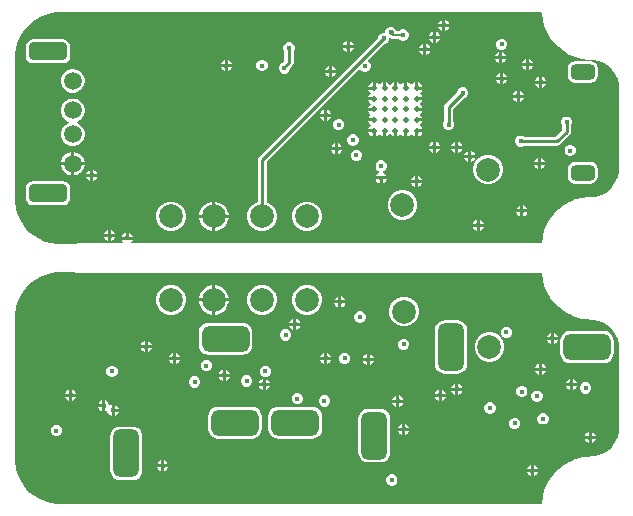
<source format=gbr>
G04*
G04 #@! TF.GenerationSoftware,Altium Limited,Altium Designer,24.9.1 (31)*
G04*
G04 Layer_Physical_Order=4*
G04 Layer_Color=16711680*
%FSLAX44Y44*%
%MOMM*%
G71*
G04*
G04 #@! TF.SameCoordinates,4108D936-EA1F-4614-87FC-E1DBC89B4A7E*
G04*
G04*
G04 #@! TF.FilePolarity,Positive*
G04*
G01*
G75*
%ADD75C,0.5000*%
%ADD77C,0.2540*%
%ADD78C,0.1550*%
G04:AMPARAMS|DCode=79|XSize=2mm|YSize=1.3mm|CornerRadius=0.325mm|HoleSize=0mm|Usage=FLASHONLY|Rotation=180.000|XOffset=0mm|YOffset=0mm|HoleType=Round|Shape=RoundedRectangle|*
%AMROUNDEDRECTD79*
21,1,2.0000,0.6500,0,0,180.0*
21,1,1.3500,1.3000,0,0,180.0*
1,1,0.6500,-0.6750,0.3250*
1,1,0.6500,0.6750,0.3250*
1,1,0.6500,0.6750,-0.3250*
1,1,0.6500,-0.6750,-0.3250*
%
%ADD79ROUNDEDRECTD79*%
%ADD80C,1.5000*%
G04:AMPARAMS|DCode=81|XSize=4mm|YSize=2.2mm|CornerRadius=0.55mm|HoleSize=0mm|Usage=FLASHONLY|Rotation=90.000|XOffset=0mm|YOffset=0mm|HoleType=Round|Shape=RoundedRectangle|*
%AMROUNDEDRECTD81*
21,1,4.0000,1.1000,0,0,90.0*
21,1,2.9000,2.2000,0,0,90.0*
1,1,1.1000,0.5500,1.4500*
1,1,1.1000,0.5500,-1.4500*
1,1,1.1000,-0.5500,-1.4500*
1,1,1.1000,-0.5500,1.4500*
%
%ADD81ROUNDEDRECTD81*%
G04:AMPARAMS|DCode=82|XSize=3.25mm|YSize=1.5mm|CornerRadius=0.375mm|HoleSize=0mm|Usage=FLASHONLY|Rotation=0.000|XOffset=0mm|YOffset=0mm|HoleType=Round|Shape=RoundedRectangle|*
%AMROUNDEDRECTD82*
21,1,3.2500,0.7500,0,0,0.0*
21,1,2.5000,1.5000,0,0,0.0*
1,1,0.7500,1.2500,-0.3750*
1,1,0.7500,-1.2500,-0.3750*
1,1,0.7500,-1.2500,0.3750*
1,1,0.7500,1.2500,0.3750*
%
%ADD82ROUNDEDRECTD82*%
G04:AMPARAMS|DCode=83|XSize=4mm|YSize=2.2mm|CornerRadius=0.55mm|HoleSize=0mm|Usage=FLASHONLY|Rotation=180.000|XOffset=0mm|YOffset=0mm|HoleType=Round|Shape=RoundedRectangle|*
%AMROUNDEDRECTD83*
21,1,4.0000,1.1000,0,0,180.0*
21,1,2.9000,2.2000,0,0,180.0*
1,1,1.1000,-1.4500,0.5500*
1,1,1.1000,1.4500,0.5500*
1,1,1.1000,1.4500,-0.5500*
1,1,1.1000,-1.4500,-0.5500*
%
%ADD83ROUNDEDRECTD83*%
%ADD84C,0.4500*%
%ADD85C,2.0000*%
%ADD86C,0.3810*%
G36*
X-226935Y-127039D02*
X-226487Y-127339D01*
X-225000Y-127635D01*
X166000D01*
X167039Y-127428D01*
X167412Y-127522D01*
X167952Y-127945D01*
X168097Y-128134D01*
X168747Y-133070D01*
X168790Y-133197D01*
X168799Y-133331D01*
X170153Y-138385D01*
X170213Y-138506D01*
X170239Y-138638D01*
X172241Y-143472D01*
X172316Y-143584D01*
X172359Y-143711D01*
X174975Y-148242D01*
X175064Y-148343D01*
X175124Y-148464D01*
X178309Y-152615D01*
X178410Y-152704D01*
X178485Y-152816D01*
X182184Y-156515D01*
X182296Y-156590D01*
X182385Y-156691D01*
X186536Y-159876D01*
X186656Y-159936D01*
X186758Y-160025D01*
X191289Y-162641D01*
X191416Y-162684D01*
X191528Y-162759D01*
X196362Y-164761D01*
X196494Y-164787D01*
X196615Y-164847D01*
X201669Y-166201D01*
X201803Y-166210D01*
X201930Y-166253D01*
X207118Y-166936D01*
X207219Y-166929D01*
X207317Y-166952D01*
X209933Y-167038D01*
X209967Y-167033D01*
X210000Y-167039D01*
X212262D01*
X216697Y-167921D01*
X220876Y-169652D01*
X224637Y-172165D01*
X227835Y-175363D01*
X230348Y-179124D01*
X232079Y-183303D01*
X232961Y-187738D01*
Y-190000D01*
Y-260000D01*
Y-262262D01*
X232079Y-266697D01*
X230348Y-270876D01*
X227835Y-274637D01*
X224637Y-277835D01*
X220876Y-280348D01*
X216697Y-282079D01*
X212262Y-282961D01*
X210000D01*
X209967Y-282968D01*
X209933Y-282962D01*
X207317Y-283048D01*
X207219Y-283071D01*
X207118Y-283064D01*
X201930Y-283747D01*
X201803Y-283790D01*
X201669Y-283799D01*
X196615Y-285153D01*
X196494Y-285213D01*
X196362Y-285239D01*
X191528Y-287241D01*
X191416Y-287316D01*
X191289Y-287359D01*
X186758Y-289975D01*
X186656Y-290064D01*
X186536Y-290124D01*
X182385Y-293309D01*
X182296Y-293410D01*
X182184Y-293485D01*
X178485Y-297184D01*
X178410Y-297296D01*
X178309Y-297385D01*
X175124Y-301536D01*
X175064Y-301656D01*
X174975Y-301758D01*
X172359Y-306289D01*
X172316Y-306416D01*
X172241Y-306528D01*
X170239Y-311362D01*
X170213Y-311494D01*
X170153Y-311615D01*
X168799Y-316669D01*
X168790Y-316803D01*
X168747Y-316930D01*
X168064Y-322118D01*
X167407Y-322961D01*
X-240000Y-322961D01*
X-242488D01*
X-247422Y-322311D01*
X-252228Y-321023D01*
X-256826Y-319119D01*
X-261135Y-316631D01*
X-265083Y-313602D01*
X-268602Y-310083D01*
X-271631Y-306135D01*
X-274119Y-301826D01*
X-276024Y-297228D01*
X-277311Y-292422D01*
X-277961Y-287488D01*
X-277961Y-285000D01*
X-277961Y-165000D01*
X-277961Y-162512D01*
X-277311Y-157578D01*
X-276024Y-152772D01*
X-274119Y-148174D01*
X-271631Y-143865D01*
X-268602Y-139917D01*
X-265083Y-136398D01*
X-261135Y-133369D01*
X-256826Y-130881D01*
X-252228Y-128976D01*
X-247422Y-127689D01*
X-242488Y-127039D01*
X-240000Y-127039D01*
X-226935Y-127039D01*
D02*
G37*
G36*
X167407Y92961D02*
X168064Y92118D01*
X168747Y86930D01*
X168790Y86803D01*
X168799Y86669D01*
X170153Y81615D01*
X170213Y81494D01*
X170239Y81362D01*
X172241Y76528D01*
X172316Y76416D01*
X172359Y76289D01*
X174975Y71758D01*
X175064Y71656D01*
X175124Y71536D01*
X178309Y67385D01*
X178410Y67296D01*
X178485Y67184D01*
X182184Y63485D01*
X182296Y63410D01*
X182385Y63309D01*
X186536Y60124D01*
X186656Y60064D01*
X186758Y59975D01*
X191289Y57359D01*
X191416Y57316D01*
X191528Y57241D01*
X196362Y55239D01*
X196494Y55213D01*
X196615Y55153D01*
X201669Y53799D01*
X201803Y53790D01*
X201930Y53747D01*
X207118Y53064D01*
X207219Y53071D01*
X207317Y53048D01*
X209933Y52962D01*
X209967Y52968D01*
X210000Y52961D01*
X212262D01*
X216697Y52079D01*
X220876Y50348D01*
X224637Y47835D01*
X227835Y44637D01*
X230348Y40876D01*
X232079Y36697D01*
X232961Y32262D01*
Y30000D01*
Y-40000D01*
Y-42262D01*
X232079Y-46697D01*
X230348Y-50876D01*
X227835Y-54637D01*
X224637Y-57835D01*
X220876Y-60348D01*
X216697Y-62079D01*
X212262Y-62961D01*
X210000D01*
X209967Y-62968D01*
X209933Y-62962D01*
X207317Y-63048D01*
X207219Y-63071D01*
X207118Y-63064D01*
X201930Y-63747D01*
X201803Y-63790D01*
X201669Y-63799D01*
X196615Y-65153D01*
X196494Y-65213D01*
X196362Y-65239D01*
X191528Y-67241D01*
X191416Y-67316D01*
X191289Y-67359D01*
X186758Y-69975D01*
X186656Y-70064D01*
X186536Y-70124D01*
X182385Y-73309D01*
X182296Y-73410D01*
X182184Y-73485D01*
X178485Y-77184D01*
X178410Y-77296D01*
X178309Y-77385D01*
X175124Y-81536D01*
X175064Y-81657D01*
X174975Y-81758D01*
X172359Y-86289D01*
X172316Y-86416D01*
X172241Y-86528D01*
X170239Y-91362D01*
X170213Y-91494D01*
X170153Y-91615D01*
X168799Y-96669D01*
X168790Y-96803D01*
X168747Y-96930D01*
X168097Y-101866D01*
X167952Y-102055D01*
X167412Y-102478D01*
X167039Y-102572D01*
X166000Y-102365D01*
X-179177D01*
X-179591Y-101365D01*
X-178939Y-100713D01*
X-178341Y-99270D01*
X-187659D01*
X-187061Y-100713D01*
X-186409Y-101365D01*
X-186823Y-102365D01*
X-225000D01*
X-226487Y-102661D01*
X-226935Y-102961D01*
X-242488Y-102961D01*
X-247422Y-102311D01*
X-252228Y-101024D01*
X-256826Y-99119D01*
X-261135Y-96631D01*
X-265083Y-93602D01*
X-268602Y-90083D01*
X-271631Y-86135D01*
X-274119Y-81826D01*
X-276024Y-77228D01*
X-277311Y-72422D01*
X-277961Y-67488D01*
X-277961Y-65000D01*
X-277961Y55000D01*
X-277961Y57488D01*
X-277311Y62422D01*
X-276024Y67228D01*
X-274119Y71826D01*
X-271631Y76135D01*
X-268602Y80083D01*
X-265083Y83602D01*
X-261135Y86631D01*
X-256826Y89119D01*
X-252228Y91024D01*
X-247422Y92311D01*
X-242488Y92961D01*
X-240000Y92961D01*
X167407Y92961D01*
D02*
G37*
%LPC*%
G36*
X-108159Y-137740D02*
X-108540D01*
Y-149010D01*
X-97270D01*
Y-148629D01*
X-98125Y-145440D01*
X-99775Y-142580D01*
X-102110Y-140246D01*
X-104970Y-138595D01*
X-108159Y-137740D01*
D02*
G37*
G36*
X-111080D02*
X-111461D01*
X-114650Y-138595D01*
X-117510Y-140246D01*
X-119845Y-142580D01*
X-121495Y-145440D01*
X-122350Y-148629D01*
Y-149010D01*
X-111080D01*
Y-137740D01*
D02*
G37*
G36*
X-1730Y-147341D02*
Y-150730D01*
X1659D01*
X1061Y-149287D01*
X-287Y-147939D01*
X-1730Y-147341D01*
D02*
G37*
G36*
X-4270D02*
X-5713Y-147939D01*
X-7061Y-149287D01*
X-7659Y-150730D01*
X-4270D01*
Y-147341D01*
D02*
G37*
G36*
X1659Y-153270D02*
X-1730D01*
Y-156659D01*
X-287Y-156061D01*
X1061Y-154713D01*
X1659Y-153270D01*
D02*
G37*
G36*
X-4270D02*
X-7659D01*
X-7061Y-154713D01*
X-5713Y-156061D01*
X-4270Y-156659D01*
Y-153270D01*
D02*
G37*
G36*
X-29159Y-137740D02*
X-32461D01*
X-35650Y-138595D01*
X-38510Y-140246D01*
X-40844Y-142580D01*
X-42495Y-145440D01*
X-43350Y-148629D01*
Y-151931D01*
X-42495Y-155120D01*
X-40844Y-157980D01*
X-38510Y-160315D01*
X-35650Y-161965D01*
X-32461Y-162820D01*
X-29159D01*
X-25970Y-161965D01*
X-23110Y-160315D01*
X-20775Y-157980D01*
X-19125Y-155120D01*
X-18270Y-151931D01*
Y-148629D01*
X-19125Y-145440D01*
X-20775Y-142580D01*
X-23110Y-140246D01*
X-25970Y-138595D01*
X-29159Y-137740D01*
D02*
G37*
G36*
X-67159D02*
X-70461D01*
X-73650Y-138595D01*
X-76510Y-140246D01*
X-78844Y-142580D01*
X-80495Y-145440D01*
X-81350Y-148629D01*
Y-151931D01*
X-80495Y-155120D01*
X-78844Y-157980D01*
X-76510Y-160315D01*
X-73650Y-161965D01*
X-70461Y-162820D01*
X-67159D01*
X-63970Y-161965D01*
X-61110Y-160315D01*
X-58776Y-157980D01*
X-57125Y-155120D01*
X-56270Y-151931D01*
Y-148629D01*
X-57125Y-145440D01*
X-58776Y-142580D01*
X-61110Y-140246D01*
X-63970Y-138595D01*
X-67159Y-137740D01*
D02*
G37*
G36*
X-97270Y-151550D02*
X-108540D01*
Y-162820D01*
X-108159D01*
X-104970Y-161965D01*
X-102110Y-160315D01*
X-99775Y-157980D01*
X-98125Y-155120D01*
X-97270Y-151931D01*
Y-151550D01*
D02*
G37*
G36*
X-111080D02*
X-122350D01*
Y-151931D01*
X-121495Y-155120D01*
X-119845Y-157980D01*
X-117510Y-160315D01*
X-114650Y-161965D01*
X-111461Y-162820D01*
X-111080D01*
Y-151550D01*
D02*
G37*
G36*
X-144159Y-137740D02*
X-147461D01*
X-150650Y-138595D01*
X-153510Y-140246D01*
X-155844Y-142580D01*
X-157495Y-145440D01*
X-158350Y-148629D01*
Y-151931D01*
X-157495Y-155120D01*
X-155844Y-157980D01*
X-153510Y-160315D01*
X-150650Y-161965D01*
X-147461Y-162820D01*
X-144159D01*
X-140970Y-161965D01*
X-138110Y-160315D01*
X-135775Y-157980D01*
X-134125Y-155120D01*
X-133270Y-151931D01*
Y-148629D01*
X-134125Y-145440D01*
X-135775Y-142580D01*
X-138110Y-140246D01*
X-140970Y-138595D01*
X-144159Y-137740D01*
D02*
G37*
G36*
X-39730Y-166341D02*
Y-169730D01*
X-36341D01*
X-36939Y-168287D01*
X-38287Y-166939D01*
X-39730Y-166341D01*
D02*
G37*
G36*
X-42270D02*
X-43713Y-166939D01*
X-45061Y-168287D01*
X-45659Y-169730D01*
X-42270D01*
Y-166341D01*
D02*
G37*
G36*
X14953Y-160210D02*
X13047D01*
X11287Y-160939D01*
X9939Y-162287D01*
X9210Y-164047D01*
Y-165953D01*
X9939Y-167713D01*
X11287Y-169061D01*
X13047Y-169790D01*
X14953D01*
X16713Y-169061D01*
X18061Y-167713D01*
X18790Y-165953D01*
Y-164047D01*
X18061Y-162287D01*
X16713Y-160939D01*
X14953Y-160210D01*
D02*
G37*
G36*
X52841Y-147740D02*
X49539D01*
X46350Y-148595D01*
X43490Y-150246D01*
X41156Y-152580D01*
X39505Y-155440D01*
X38650Y-158629D01*
Y-161931D01*
X39505Y-165120D01*
X41156Y-167980D01*
X43490Y-170315D01*
X46350Y-171965D01*
X49539Y-172820D01*
X52841D01*
X56030Y-171965D01*
X58890Y-170315D01*
X61224Y-167980D01*
X62875Y-165120D01*
X63730Y-161931D01*
Y-158629D01*
X62875Y-155440D01*
X61224Y-152580D01*
X58890Y-150246D01*
X56030Y-148595D01*
X52841Y-147740D01*
D02*
G37*
G36*
X-36341Y-172270D02*
X-39730D01*
Y-175659D01*
X-38287Y-175061D01*
X-36939Y-173713D01*
X-36341Y-172270D01*
D02*
G37*
G36*
X-42270D02*
X-45659D01*
X-45061Y-173713D01*
X-43713Y-175061D01*
X-42270Y-175659D01*
Y-172270D01*
D02*
G37*
G36*
X178270Y-178341D02*
Y-181730D01*
X181659D01*
X181061Y-180287D01*
X179713Y-178939D01*
X178270Y-178341D01*
D02*
G37*
G36*
X175730D02*
X174287Y-178939D01*
X172939Y-180287D01*
X172341Y-181730D01*
X175730D01*
Y-178341D01*
D02*
G37*
G36*
X138953Y-173210D02*
X137047D01*
X135287Y-173939D01*
X133939Y-175287D01*
X133210Y-177047D01*
Y-178953D01*
X133939Y-180713D01*
X135287Y-182061D01*
X137047Y-182790D01*
X138953D01*
X140713Y-182061D01*
X142061Y-180713D01*
X142790Y-178953D01*
Y-177047D01*
X142061Y-175287D01*
X140713Y-173939D01*
X138953Y-173210D01*
D02*
G37*
G36*
X-48047Y-175210D02*
X-49953D01*
X-51713Y-175939D01*
X-53061Y-177287D01*
X-53790Y-179047D01*
Y-180953D01*
X-53061Y-182713D01*
X-51713Y-184061D01*
X-49953Y-184790D01*
X-48047D01*
X-46287Y-184061D01*
X-44939Y-182713D01*
X-44210Y-180953D01*
Y-179047D01*
X-44939Y-177287D01*
X-46287Y-175939D01*
X-48047Y-175210D01*
D02*
G37*
G36*
X181659Y-184270D02*
X178270D01*
Y-187659D01*
X179713Y-187061D01*
X181061Y-185713D01*
X181659Y-184270D01*
D02*
G37*
G36*
X175730D02*
X172341D01*
X172939Y-185713D01*
X174287Y-187061D01*
X175730Y-187659D01*
Y-184270D01*
D02*
G37*
G36*
X-165730Y-185341D02*
Y-188730D01*
X-162341D01*
X-162939Y-187287D01*
X-164287Y-185939D01*
X-165730Y-185341D01*
D02*
G37*
G36*
X-168270D02*
X-169713Y-185939D01*
X-171061Y-187287D01*
X-171659Y-188730D01*
X-168270D01*
Y-185341D01*
D02*
G37*
G36*
X51953Y-183210D02*
X50047D01*
X48287Y-183939D01*
X46939Y-185287D01*
X46210Y-187047D01*
Y-188953D01*
X46939Y-190713D01*
X48287Y-192061D01*
X50047Y-192790D01*
X51953D01*
X53713Y-192061D01*
X55061Y-190713D01*
X55790Y-188953D01*
Y-187047D01*
X55061Y-185287D01*
X53713Y-183939D01*
X51953Y-183210D01*
D02*
G37*
G36*
X-162341Y-191270D02*
X-165730D01*
Y-194659D01*
X-164287Y-194061D01*
X-162939Y-192713D01*
X-162341Y-191270D01*
D02*
G37*
G36*
X-168270D02*
X-171659D01*
X-171061Y-192713D01*
X-169713Y-194061D01*
X-168270Y-194659D01*
Y-191270D01*
D02*
G37*
G36*
X-85310Y-169671D02*
X-114310D01*
X-116409Y-169947D01*
X-118365Y-170757D01*
X-120044Y-172046D01*
X-121333Y-173725D01*
X-122143Y-175681D01*
X-122419Y-177780D01*
Y-188780D01*
X-122143Y-190879D01*
X-121333Y-192835D01*
X-120044Y-194514D01*
X-118365Y-195803D01*
X-116409Y-196613D01*
X-114310Y-196889D01*
X-85310D01*
X-83211Y-196613D01*
X-81255Y-195803D01*
X-79576Y-194514D01*
X-78287Y-192835D01*
X-77477Y-190879D01*
X-77201Y-188780D01*
Y-177780D01*
X-77477Y-175681D01*
X-78287Y-173725D01*
X-79576Y-172046D01*
X-81255Y-170757D01*
X-83211Y-169947D01*
X-85310Y-169671D01*
D02*
G37*
G36*
X-13730Y-195341D02*
Y-198730D01*
X-10341D01*
X-10939Y-197287D01*
X-12287Y-195939D01*
X-13730Y-195341D01*
D02*
G37*
G36*
X-16270D02*
X-17713Y-195939D01*
X-19061Y-197287D01*
X-19659Y-198730D01*
X-16270D01*
Y-195341D01*
D02*
G37*
G36*
X-141730D02*
Y-198730D01*
X-138341D01*
X-138939Y-197287D01*
X-140287Y-195939D01*
X-141730Y-195341D01*
D02*
G37*
G36*
X-144270D02*
X-145713Y-195939D01*
X-147061Y-197287D01*
X-147659Y-198730D01*
X-144270D01*
Y-195341D01*
D02*
G37*
G36*
X22270Y-196341D02*
Y-199730D01*
X25659D01*
X25061Y-198287D01*
X23713Y-196939D01*
X22270Y-196341D01*
D02*
G37*
G36*
X19730D02*
X18287Y-196939D01*
X16939Y-198287D01*
X16341Y-199730D01*
X19730D01*
Y-196341D01*
D02*
G37*
G36*
X125341Y-177740D02*
X122039D01*
X118850Y-178595D01*
X115990Y-180245D01*
X113656Y-182580D01*
X112005Y-185440D01*
X111150Y-188629D01*
Y-191931D01*
X112005Y-195120D01*
X113656Y-197980D01*
X115990Y-200315D01*
X118850Y-201965D01*
X122039Y-202820D01*
X125341D01*
X128530Y-201965D01*
X131390Y-200315D01*
X133724Y-197980D01*
X135375Y-195120D01*
X136230Y-191931D01*
Y-188629D01*
X135375Y-185440D01*
X133724Y-182580D01*
X131390Y-180245D01*
X128530Y-178595D01*
X125341Y-177740D01*
D02*
G37*
G36*
X220690Y-176671D02*
X191690D01*
X189591Y-176947D01*
X187635Y-177757D01*
X185956Y-179046D01*
X184667Y-180725D01*
X183857Y-182681D01*
X183581Y-184780D01*
Y-195780D01*
X183857Y-197879D01*
X184667Y-199835D01*
X185956Y-201514D01*
X187635Y-202803D01*
X189591Y-203613D01*
X191690Y-203889D01*
X220690D01*
X222789Y-203613D01*
X224745Y-202803D01*
X226424Y-201514D01*
X227713Y-199835D01*
X228523Y-197879D01*
X228799Y-195780D01*
Y-184780D01*
X228523Y-182681D01*
X227713Y-180725D01*
X226424Y-179046D01*
X224745Y-177757D01*
X222789Y-176947D01*
X220690Y-176671D01*
D02*
G37*
G36*
X-10341Y-201270D02*
X-13730D01*
Y-204659D01*
X-12287Y-204061D01*
X-10939Y-202713D01*
X-10341Y-201270D01*
D02*
G37*
G36*
X-16270D02*
X-19659D01*
X-19061Y-202713D01*
X-17713Y-204061D01*
X-16270Y-204659D01*
Y-201270D01*
D02*
G37*
G36*
X-138341D02*
X-141730D01*
Y-204659D01*
X-140287Y-204061D01*
X-138939Y-202713D01*
X-138341Y-201270D01*
D02*
G37*
G36*
X-144270D02*
X-147659D01*
X-147061Y-202713D01*
X-145713Y-204061D01*
X-144270Y-204659D01*
Y-201270D01*
D02*
G37*
G36*
X1953Y-195210D02*
X47D01*
X-1713Y-195939D01*
X-3061Y-197287D01*
X-3790Y-199047D01*
Y-200953D01*
X-3061Y-202713D01*
X-1713Y-204061D01*
X47Y-204790D01*
X1953D01*
X3713Y-204061D01*
X5061Y-202713D01*
X5790Y-200953D01*
Y-199047D01*
X5061Y-197287D01*
X3713Y-195939D01*
X1953Y-195210D01*
D02*
G37*
G36*
X25659Y-202270D02*
X22270D01*
Y-205659D01*
X23713Y-205061D01*
X25061Y-203713D01*
X25659Y-202270D01*
D02*
G37*
G36*
X19730D02*
X16341D01*
X16939Y-203713D01*
X18287Y-205061D01*
X19730Y-205659D01*
Y-202270D01*
D02*
G37*
G36*
X168270Y-204341D02*
Y-207730D01*
X171659D01*
X171061Y-206287D01*
X169713Y-204939D01*
X168270Y-204341D01*
D02*
G37*
G36*
X165730D02*
X164287Y-204939D01*
X162939Y-206287D01*
X162341Y-207730D01*
X165730D01*
Y-204341D01*
D02*
G37*
G36*
X-115047Y-201210D02*
X-116953D01*
X-118713Y-201939D01*
X-120061Y-203287D01*
X-120790Y-205047D01*
Y-206953D01*
X-120061Y-208713D01*
X-118713Y-210061D01*
X-116953Y-210790D01*
X-115047D01*
X-113287Y-210061D01*
X-111939Y-208713D01*
X-111210Y-206953D01*
Y-205047D01*
X-111939Y-203287D01*
X-113287Y-201939D01*
X-115047Y-201210D01*
D02*
G37*
G36*
X-99730Y-209341D02*
Y-212730D01*
X-96341D01*
X-96939Y-211287D01*
X-98287Y-209939D01*
X-99730Y-209341D01*
D02*
G37*
G36*
X-102270D02*
X-103713Y-209939D01*
X-105061Y-211287D01*
X-105659Y-212730D01*
X-102270D01*
Y-209341D01*
D02*
G37*
G36*
X96690Y-167671D02*
X85690D01*
X83591Y-167947D01*
X81635Y-168757D01*
X79956Y-170046D01*
X78667Y-171725D01*
X77857Y-173681D01*
X77581Y-175780D01*
Y-204780D01*
X77857Y-206879D01*
X78667Y-208835D01*
X79956Y-210514D01*
X81635Y-211803D01*
X83591Y-212613D01*
X85690Y-212889D01*
X96690D01*
X98789Y-212613D01*
X100745Y-211803D01*
X102424Y-210514D01*
X103713Y-208835D01*
X104523Y-206879D01*
X104799Y-204780D01*
Y-175780D01*
X104523Y-173681D01*
X103713Y-171725D01*
X102424Y-170046D01*
X100745Y-168757D01*
X98789Y-167947D01*
X96690Y-167671D01*
D02*
G37*
G36*
X171659Y-210270D02*
X168270D01*
Y-213659D01*
X169713Y-213061D01*
X171061Y-211713D01*
X171659Y-210270D01*
D02*
G37*
G36*
X165730D02*
X162341D01*
X162939Y-211713D01*
X164287Y-213061D01*
X165730Y-213659D01*
Y-210270D01*
D02*
G37*
G36*
X-65047Y-206210D02*
X-66953D01*
X-68713Y-206939D01*
X-70061Y-208287D01*
X-70790Y-210047D01*
Y-211953D01*
X-70061Y-213713D01*
X-68713Y-215061D01*
X-66953Y-215790D01*
X-65047D01*
X-63287Y-215061D01*
X-61939Y-213713D01*
X-61210Y-211953D01*
Y-210047D01*
X-61939Y-208287D01*
X-63287Y-206939D01*
X-65047Y-206210D01*
D02*
G37*
G36*
X-195047D02*
X-196953D01*
X-198713Y-206939D01*
X-200061Y-208287D01*
X-200790Y-210047D01*
Y-211953D01*
X-200061Y-213713D01*
X-198713Y-215061D01*
X-196953Y-215790D01*
X-195047D01*
X-193287Y-215061D01*
X-191939Y-213713D01*
X-191210Y-211953D01*
Y-210047D01*
X-191939Y-208287D01*
X-193287Y-206939D01*
X-195047Y-206210D01*
D02*
G37*
G36*
X-96341Y-215270D02*
X-99730D01*
Y-218659D01*
X-98287Y-218061D01*
X-96939Y-216713D01*
X-96341Y-215270D01*
D02*
G37*
G36*
X-102270D02*
X-105659D01*
X-105061Y-216713D01*
X-103713Y-218061D01*
X-102270Y-218659D01*
Y-215270D01*
D02*
G37*
G36*
X194270Y-217341D02*
Y-220730D01*
X197659D01*
X197061Y-219287D01*
X195713Y-217939D01*
X194270Y-217341D01*
D02*
G37*
G36*
X191730D02*
X190287Y-217939D01*
X188939Y-219287D01*
X188341Y-220730D01*
X191730D01*
Y-217341D01*
D02*
G37*
G36*
X-65730D02*
Y-220730D01*
X-62341D01*
X-62939Y-219287D01*
X-64287Y-217939D01*
X-65730Y-217341D01*
D02*
G37*
G36*
X-68270D02*
X-69713Y-217939D01*
X-71061Y-219287D01*
X-71659Y-220730D01*
X-68270D01*
Y-217341D01*
D02*
G37*
G36*
X-81047Y-214210D02*
X-82953D01*
X-84713Y-214939D01*
X-86061Y-216287D01*
X-86790Y-218047D01*
Y-219953D01*
X-86061Y-221713D01*
X-84713Y-223061D01*
X-82953Y-223790D01*
X-81047D01*
X-79287Y-223061D01*
X-77939Y-221713D01*
X-77210Y-219953D01*
Y-218047D01*
X-77939Y-216287D01*
X-79287Y-214939D01*
X-81047Y-214210D01*
D02*
G37*
G36*
X97270Y-221341D02*
Y-224730D01*
X100659D01*
X100061Y-223287D01*
X98713Y-221939D01*
X97270Y-221341D01*
D02*
G37*
G36*
X94730D02*
X93287Y-221939D01*
X91939Y-223287D01*
X91341Y-224730D01*
X94730D01*
Y-221341D01*
D02*
G37*
G36*
X-125047Y-215210D02*
X-126953D01*
X-128713Y-215939D01*
X-130061Y-217287D01*
X-130790Y-219047D01*
Y-220953D01*
X-130061Y-222713D01*
X-128713Y-224061D01*
X-126953Y-224790D01*
X-125047D01*
X-123287Y-224061D01*
X-121939Y-222713D01*
X-121210Y-220953D01*
Y-219047D01*
X-121939Y-217287D01*
X-123287Y-215939D01*
X-125047Y-215210D01*
D02*
G37*
G36*
X197659Y-223270D02*
X194270D01*
Y-226659D01*
X195713Y-226061D01*
X197061Y-224713D01*
X197659Y-223270D01*
D02*
G37*
G36*
X191730D02*
X188341D01*
X188939Y-224713D01*
X190287Y-226061D01*
X191730Y-226659D01*
Y-223270D01*
D02*
G37*
G36*
X-62341D02*
X-65730D01*
Y-226659D01*
X-64287Y-226061D01*
X-62939Y-224713D01*
X-62341Y-223270D01*
D02*
G37*
G36*
X-68270D02*
X-71659D01*
X-71061Y-224713D01*
X-69713Y-226061D01*
X-68270Y-226659D01*
Y-223270D01*
D02*
G37*
G36*
X83270Y-226341D02*
Y-229730D01*
X86659D01*
X86061Y-228287D01*
X84713Y-226939D01*
X83270Y-226341D01*
D02*
G37*
G36*
X80730D02*
X79287Y-226939D01*
X77939Y-228287D01*
X77341Y-229730D01*
X80730D01*
Y-226341D01*
D02*
G37*
G36*
X-229730D02*
Y-229730D01*
X-226341D01*
X-226939Y-228287D01*
X-228287Y-226939D01*
X-229730Y-226341D01*
D02*
G37*
G36*
X-232270D02*
X-233713Y-226939D01*
X-235061Y-228287D01*
X-235659Y-229730D01*
X-232270D01*
Y-226341D01*
D02*
G37*
G36*
X205953Y-220210D02*
X204047D01*
X202287Y-220939D01*
X200939Y-222287D01*
X200210Y-224047D01*
Y-225953D01*
X200939Y-227713D01*
X202287Y-229061D01*
X204047Y-229790D01*
X205953D01*
X207713Y-229061D01*
X209061Y-227713D01*
X209790Y-225953D01*
Y-224047D01*
X209061Y-222287D01*
X207713Y-220939D01*
X205953Y-220210D01*
D02*
G37*
G36*
X100659Y-227270D02*
X97270D01*
Y-230659D01*
X98713Y-230061D01*
X100061Y-228713D01*
X100659Y-227270D01*
D02*
G37*
G36*
X94730D02*
X91341D01*
X91939Y-228713D01*
X93287Y-230061D01*
X94730Y-230659D01*
Y-227270D01*
D02*
G37*
G36*
X151953Y-223210D02*
X150047D01*
X148287Y-223939D01*
X146939Y-225287D01*
X146210Y-227047D01*
Y-228953D01*
X146939Y-230713D01*
X148287Y-232061D01*
X150047Y-232790D01*
X151953D01*
X153713Y-232061D01*
X155061Y-230713D01*
X155790Y-228953D01*
Y-227047D01*
X155061Y-225287D01*
X153713Y-223939D01*
X151953Y-223210D01*
D02*
G37*
G36*
X47270Y-231341D02*
Y-234730D01*
X50659D01*
X50061Y-233287D01*
X48713Y-231939D01*
X47270Y-231341D01*
D02*
G37*
G36*
X44730D02*
X43287Y-231939D01*
X41939Y-233287D01*
X41341Y-234730D01*
X44730D01*
Y-231341D01*
D02*
G37*
G36*
X86659Y-232270D02*
X83270D01*
Y-235659D01*
X84713Y-235061D01*
X86061Y-233713D01*
X86659Y-232270D01*
D02*
G37*
G36*
X80730D02*
X77341D01*
X77939Y-233713D01*
X79287Y-235061D01*
X80730Y-235659D01*
Y-232270D01*
D02*
G37*
G36*
X-226341D02*
X-229730D01*
Y-235659D01*
X-228287Y-235061D01*
X-226939Y-233713D01*
X-226341Y-232270D01*
D02*
G37*
G36*
X-232270D02*
X-235659D01*
X-235061Y-233713D01*
X-233713Y-235061D01*
X-232270Y-235659D01*
Y-232270D01*
D02*
G37*
G36*
X164953Y-227210D02*
X163047D01*
X161287Y-227939D01*
X159939Y-229287D01*
X159210Y-231047D01*
Y-232953D01*
X159939Y-234713D01*
X161287Y-236061D01*
X163047Y-236790D01*
X164953D01*
X166713Y-236061D01*
X168061Y-234713D01*
X168790Y-232953D01*
Y-231047D01*
X168061Y-229287D01*
X166713Y-227939D01*
X164953Y-227210D01*
D02*
G37*
G36*
X-204270Y-235341D02*
X-205713Y-235939D01*
X-207061Y-237287D01*
X-207659Y-238730D01*
X-204270D01*
Y-235341D01*
D02*
G37*
G36*
X-38047Y-229210D02*
X-39953D01*
X-41713Y-229939D01*
X-43061Y-231287D01*
X-43790Y-233047D01*
Y-234953D01*
X-43061Y-236713D01*
X-41713Y-238061D01*
X-39953Y-238790D01*
X-38047D01*
X-36287Y-238061D01*
X-34939Y-236713D01*
X-34210Y-234953D01*
Y-233047D01*
X-34939Y-231287D01*
X-36287Y-229939D01*
X-38047Y-229210D01*
D02*
G37*
G36*
X50659Y-237270D02*
X47270D01*
Y-240659D01*
X48713Y-240061D01*
X50061Y-238713D01*
X50659Y-237270D01*
D02*
G37*
G36*
X44730D02*
X41341D01*
X41939Y-238713D01*
X43287Y-240061D01*
X44730Y-240659D01*
Y-237270D01*
D02*
G37*
G36*
X-15047Y-231210D02*
X-16953D01*
X-18713Y-231939D01*
X-20061Y-233287D01*
X-20790Y-235047D01*
Y-236953D01*
X-20061Y-238713D01*
X-18713Y-240061D01*
X-16953Y-240790D01*
X-15047D01*
X-13287Y-240061D01*
X-11939Y-238713D01*
X-11210Y-236953D01*
Y-235047D01*
X-11939Y-233287D01*
X-13287Y-231939D01*
X-15047Y-231210D01*
D02*
G37*
G36*
X-193730Y-239341D02*
Y-242730D01*
X-190341D01*
X-190939Y-241287D01*
X-192287Y-239939D01*
X-193730Y-239341D01*
D02*
G37*
G36*
X-204270Y-241270D02*
X-207659D01*
X-207061Y-242713D01*
X-205713Y-244061D01*
X-204270Y-244659D01*
Y-241270D01*
D02*
G37*
G36*
X124953Y-237210D02*
X123047D01*
X121287Y-237939D01*
X119939Y-239287D01*
X119210Y-241047D01*
Y-242953D01*
X119939Y-244713D01*
X121287Y-246061D01*
X123047Y-246790D01*
X124953D01*
X126713Y-246061D01*
X128061Y-244713D01*
X128790Y-242953D01*
Y-241047D01*
X128061Y-239287D01*
X126713Y-237939D01*
X124953Y-237210D01*
D02*
G37*
G36*
X-190341Y-245270D02*
X-193730D01*
Y-248659D01*
X-192287Y-248061D01*
X-190939Y-246713D01*
X-190341Y-245270D01*
D02*
G37*
G36*
X-201730Y-235341D02*
Y-240000D01*
Y-244659D01*
X-200790Y-244269D01*
X-199790Y-244871D01*
Y-244953D01*
X-199061Y-246713D01*
X-197713Y-248061D01*
X-196270Y-248659D01*
Y-244000D01*
Y-239341D01*
X-197210Y-239731D01*
X-198210Y-239129D01*
Y-239047D01*
X-198939Y-237287D01*
X-200287Y-235939D01*
X-201730Y-235341D01*
D02*
G37*
G36*
X169953Y-246210D02*
X168047D01*
X166287Y-246939D01*
X164939Y-248287D01*
X164210Y-250047D01*
Y-251953D01*
X164939Y-253713D01*
X166287Y-255061D01*
X168047Y-255790D01*
X169953D01*
X171713Y-255061D01*
X173061Y-253713D01*
X173790Y-251953D01*
Y-250047D01*
X173061Y-248287D01*
X171713Y-246939D01*
X169953Y-246210D01*
D02*
G37*
G36*
X52270Y-255341D02*
Y-258730D01*
X55659D01*
X55061Y-257287D01*
X53713Y-255939D01*
X52270Y-255341D01*
D02*
G37*
G36*
X49730D02*
X48287Y-255939D01*
X46939Y-257287D01*
X46341Y-258730D01*
X49730D01*
Y-255341D01*
D02*
G37*
G36*
X145953Y-250210D02*
X144047D01*
X142287Y-250939D01*
X140939Y-252287D01*
X140210Y-254047D01*
Y-255953D01*
X140939Y-257713D01*
X142287Y-259061D01*
X144047Y-259790D01*
X145953D01*
X147713Y-259061D01*
X149061Y-257713D01*
X149790Y-255953D01*
Y-254047D01*
X149061Y-252287D01*
X147713Y-250939D01*
X145953Y-250210D01*
D02*
G37*
G36*
X55659Y-261270D02*
X52270D01*
Y-264659D01*
X53713Y-264061D01*
X55061Y-262713D01*
X55659Y-261270D01*
D02*
G37*
G36*
X49730D02*
X46341D01*
X46939Y-262713D01*
X48287Y-264061D01*
X49730Y-264659D01*
Y-261270D01*
D02*
G37*
G36*
X210270Y-262341D02*
Y-265730D01*
X213659D01*
X213061Y-264287D01*
X211713Y-262939D01*
X210270Y-262341D01*
D02*
G37*
G36*
X207730D02*
X206287Y-262939D01*
X204939Y-264287D01*
X204341Y-265730D01*
X207730D01*
Y-262341D01*
D02*
G37*
G36*
X-242047Y-256210D02*
X-243953D01*
X-245713Y-256939D01*
X-247061Y-258287D01*
X-247790Y-260047D01*
Y-261953D01*
X-247061Y-263713D01*
X-245713Y-265061D01*
X-243953Y-265790D01*
X-242047D01*
X-240287Y-265061D01*
X-238939Y-263713D01*
X-238210Y-261953D01*
Y-260047D01*
X-238939Y-258287D01*
X-240287Y-256939D01*
X-242047Y-256210D01*
D02*
G37*
G36*
X-26310Y-240671D02*
X-55310D01*
X-57409Y-240947D01*
X-59365Y-241757D01*
X-61044Y-243046D01*
X-62333Y-244725D01*
X-63143Y-246681D01*
X-63419Y-248780D01*
Y-259780D01*
X-63143Y-261879D01*
X-62333Y-263835D01*
X-61044Y-265514D01*
X-59365Y-266803D01*
X-57409Y-267613D01*
X-55310Y-267889D01*
X-26310D01*
X-24211Y-267613D01*
X-22255Y-266803D01*
X-20576Y-265514D01*
X-19287Y-263835D01*
X-18477Y-261879D01*
X-18201Y-259780D01*
Y-248780D01*
X-18477Y-246681D01*
X-19287Y-244725D01*
X-20576Y-243046D01*
X-22255Y-241757D01*
X-24211Y-240947D01*
X-26310Y-240671D01*
D02*
G37*
G36*
X-77310D02*
X-106310D01*
X-108409Y-240947D01*
X-110365Y-241757D01*
X-112044Y-243046D01*
X-113333Y-244725D01*
X-114143Y-246681D01*
X-114419Y-248780D01*
Y-259780D01*
X-114143Y-261879D01*
X-113333Y-263835D01*
X-112044Y-265514D01*
X-110365Y-266803D01*
X-108409Y-267613D01*
X-106310Y-267889D01*
X-77310D01*
X-75211Y-267613D01*
X-73255Y-266803D01*
X-71576Y-265514D01*
X-70287Y-263835D01*
X-69477Y-261879D01*
X-69201Y-259780D01*
Y-248780D01*
X-69477Y-246681D01*
X-70287Y-244725D01*
X-71576Y-243046D01*
X-73255Y-241757D01*
X-75211Y-240947D01*
X-77310Y-240671D01*
D02*
G37*
G36*
X213659Y-268270D02*
X210270D01*
Y-271659D01*
X211713Y-271061D01*
X213061Y-269713D01*
X213659Y-268270D01*
D02*
G37*
G36*
X207730D02*
X204341D01*
X204939Y-269713D01*
X206287Y-271061D01*
X207730Y-271659D01*
Y-268270D01*
D02*
G37*
G36*
X31690Y-242671D02*
X20690D01*
X18591Y-242947D01*
X16635Y-243757D01*
X14956Y-245046D01*
X13667Y-246725D01*
X12857Y-248681D01*
X12581Y-250780D01*
Y-279780D01*
X12857Y-281879D01*
X13667Y-283835D01*
X14956Y-285514D01*
X16635Y-286803D01*
X18591Y-287613D01*
X20690Y-287889D01*
X31690D01*
X33789Y-287613D01*
X35745Y-286803D01*
X37424Y-285514D01*
X38713Y-283835D01*
X39523Y-281879D01*
X39799Y-279780D01*
Y-250780D01*
X39523Y-248681D01*
X38713Y-246725D01*
X37424Y-245046D01*
X35745Y-243757D01*
X33789Y-242947D01*
X31690Y-242671D01*
D02*
G37*
G36*
X-151730Y-286341D02*
Y-289730D01*
X-148341D01*
X-148939Y-288287D01*
X-150287Y-286939D01*
X-151730Y-286341D01*
D02*
G37*
G36*
X-154270D02*
X-155713Y-286939D01*
X-157061Y-288287D01*
X-157659Y-289730D01*
X-154270D01*
Y-286341D01*
D02*
G37*
G36*
X161270Y-290341D02*
Y-293730D01*
X164659D01*
X164061Y-292287D01*
X162713Y-290939D01*
X161270Y-290341D01*
D02*
G37*
G36*
X158730D02*
X157287Y-290939D01*
X155939Y-292287D01*
X155341Y-293730D01*
X158730D01*
Y-290341D01*
D02*
G37*
G36*
X-148341Y-292270D02*
X-151730D01*
Y-295659D01*
X-150287Y-295061D01*
X-148939Y-293713D01*
X-148341Y-292270D01*
D02*
G37*
G36*
X-154270D02*
X-157659D01*
X-157061Y-293713D01*
X-155713Y-295061D01*
X-154270Y-295659D01*
Y-292270D01*
D02*
G37*
G36*
X164659Y-296270D02*
X161270D01*
Y-299659D01*
X162713Y-299061D01*
X164061Y-297713D01*
X164659Y-296270D01*
D02*
G37*
G36*
X158730D02*
X155341D01*
X155939Y-297713D01*
X157287Y-299061D01*
X158730Y-299659D01*
Y-296270D01*
D02*
G37*
G36*
X-178310Y-257671D02*
X-189310D01*
X-191409Y-257947D01*
X-193365Y-258757D01*
X-195044Y-260046D01*
X-196333Y-261725D01*
X-197143Y-263681D01*
X-197419Y-265780D01*
Y-294780D01*
X-197143Y-296879D01*
X-196333Y-298835D01*
X-195044Y-300514D01*
X-193365Y-301803D01*
X-191409Y-302613D01*
X-189310Y-302889D01*
X-178310D01*
X-176211Y-302613D01*
X-174255Y-301803D01*
X-172576Y-300514D01*
X-171287Y-298835D01*
X-170477Y-296879D01*
X-170201Y-294780D01*
Y-265780D01*
X-170477Y-263681D01*
X-171287Y-261725D01*
X-172576Y-260046D01*
X-174255Y-258757D01*
X-176211Y-257947D01*
X-178310Y-257671D01*
D02*
G37*
G36*
X41953Y-298210D02*
X40047D01*
X38287Y-298939D01*
X36939Y-300287D01*
X36210Y-302047D01*
Y-303953D01*
X36939Y-305713D01*
X38287Y-307061D01*
X40047Y-307790D01*
X41953D01*
X43713Y-307061D01*
X45061Y-305713D01*
X45790Y-303953D01*
Y-302047D01*
X45061Y-300287D01*
X43713Y-298939D01*
X41953Y-298210D01*
D02*
G37*
G36*
X86270Y86659D02*
Y83270D01*
X89659D01*
X89061Y84713D01*
X87713Y86061D01*
X86270Y86659D01*
D02*
G37*
G36*
X83730D02*
X82287Y86061D01*
X80939Y84713D01*
X80341Y83270D01*
X83730D01*
Y86659D01*
D02*
G37*
G36*
X89659Y80730D02*
X86270D01*
Y77341D01*
X87713Y77939D01*
X89061Y79287D01*
X89659Y80730D01*
D02*
G37*
G36*
X83730D02*
X80341D01*
X80939Y79287D01*
X82287Y77939D01*
X83730Y77341D01*
Y80730D01*
D02*
G37*
G36*
X78270Y76659D02*
Y73270D01*
X81659D01*
X81061Y74713D01*
X79713Y76061D01*
X78270Y76659D01*
D02*
G37*
G36*
X75730D02*
X74287Y76061D01*
X72939Y74713D01*
X72341Y73270D01*
X75730D01*
Y76659D01*
D02*
G37*
G36*
X40953Y80790D02*
X39047D01*
X37287Y80061D01*
X35939Y78713D01*
X35210Y76953D01*
Y75915D01*
X35023Y75790D01*
X33117D01*
X31357Y75061D01*
X30009Y73713D01*
X29280Y71953D01*
Y71704D01*
X-71559Y-29135D01*
X-72401Y-30396D01*
X-72697Y-31882D01*
Y-67783D01*
X-73652Y-68039D01*
X-76512Y-69690D01*
X-78847Y-72024D01*
X-80498Y-74884D01*
X-81352Y-78073D01*
Y-81375D01*
X-80498Y-84564D01*
X-78847Y-87424D01*
X-76512Y-89759D01*
X-73652Y-91410D01*
X-70463Y-92264D01*
X-67161D01*
X-63972Y-91410D01*
X-61112Y-89759D01*
X-58778Y-87424D01*
X-57127Y-84564D01*
X-56272Y-81375D01*
Y-78073D01*
X-57127Y-74884D01*
X-58778Y-72024D01*
X-61112Y-69690D01*
X-63972Y-68039D01*
X-64928Y-67783D01*
Y-33491D01*
X13572Y45009D01*
X14377Y44848D01*
X15725Y43501D01*
X17485Y42772D01*
X19391D01*
X21151Y43501D01*
X22499Y44848D01*
X23228Y46609D01*
Y48514D01*
X22499Y50275D01*
X21242Y51532D01*
X21176Y52612D01*
X34774Y66210D01*
X35023D01*
X36783Y66939D01*
X38131Y68287D01*
X38860Y70047D01*
Y71085D01*
X39047Y71210D01*
X40395D01*
X40893Y70877D01*
X42187Y70620D01*
X47281D01*
X47962Y69939D01*
X49722Y69210D01*
X51628D01*
X53388Y69939D01*
X54736Y71287D01*
X55465Y73047D01*
Y74953D01*
X54736Y76713D01*
X53388Y78061D01*
X51628Y78790D01*
X49722D01*
X47962Y78061D01*
X47281Y77380D01*
X44613D01*
X44061Y78713D01*
X42713Y80061D01*
X40953Y80790D01*
D02*
G37*
G36*
X81659Y70730D02*
X78270D01*
Y67341D01*
X79713Y67939D01*
X81061Y69287D01*
X81659Y70730D01*
D02*
G37*
G36*
X75730D02*
X72341D01*
X72939Y69287D01*
X74287Y67939D01*
X75730Y67341D01*
Y70730D01*
D02*
G37*
G36*
X5270Y68659D02*
Y65270D01*
X8659D01*
X8061Y66713D01*
X6713Y68061D01*
X5270Y68659D01*
D02*
G37*
G36*
X2730D02*
X1287Y68061D01*
X-61Y66713D01*
X-659Y65270D01*
X2730D01*
Y68659D01*
D02*
G37*
G36*
X70270Y66659D02*
Y63270D01*
X73659D01*
X73061Y64713D01*
X71713Y66061D01*
X70270Y66659D01*
D02*
G37*
G36*
X67730D02*
X66287Y66061D01*
X64939Y64713D01*
X64341Y63270D01*
X67730D01*
Y66659D01*
D02*
G37*
G36*
X134953Y70790D02*
X133047D01*
X131287Y70061D01*
X129939Y68713D01*
X129210Y66953D01*
Y65047D01*
X129939Y63287D01*
X131287Y61939D01*
X133047Y61210D01*
X134953D01*
X136713Y61939D01*
X138061Y63287D01*
X138790Y65047D01*
Y66953D01*
X138061Y68713D01*
X136713Y70061D01*
X134953Y70790D01*
D02*
G37*
G36*
X8659Y62730D02*
X5270D01*
Y59341D01*
X6713Y59939D01*
X8061Y61287D01*
X8659Y62730D01*
D02*
G37*
G36*
X2730D02*
X-659D01*
X-61Y61287D01*
X1287Y59939D01*
X2730Y59341D01*
Y62730D01*
D02*
G37*
G36*
X73659Y60730D02*
X70270D01*
Y57341D01*
X71713Y57939D01*
X73061Y59287D01*
X73659Y60730D01*
D02*
G37*
G36*
X67730D02*
X64341D01*
X64939Y59287D01*
X66287Y57939D01*
X67730Y57341D01*
Y60730D01*
D02*
G37*
G36*
X134270Y59659D02*
Y56270D01*
X137659D01*
X137061Y57713D01*
X135713Y59061D01*
X134270Y59659D01*
D02*
G37*
G36*
X131730D02*
X130287Y59061D01*
X128939Y57713D01*
X128341Y56270D01*
X131730D01*
Y59659D01*
D02*
G37*
G36*
X137659Y53730D02*
X134270D01*
Y50341D01*
X135713Y50939D01*
X137061Y52287D01*
X137659Y53730D01*
D02*
G37*
G36*
X131730D02*
X128341D01*
X128939Y52287D01*
X130287Y50939D01*
X131730Y50341D01*
Y53730D01*
D02*
G37*
G36*
X157270Y53659D02*
Y50270D01*
X160659D01*
X160061Y51713D01*
X158713Y53061D01*
X157270Y53659D01*
D02*
G37*
G36*
X154730D02*
X153287Y53061D01*
X151939Y51713D01*
X151341Y50270D01*
X154730D01*
Y53659D01*
D02*
G37*
G36*
X-237500Y70163D02*
X-262500D01*
X-264954Y69675D01*
X-267035Y68285D01*
X-268425Y66204D01*
X-268913Y63750D01*
Y56250D01*
X-268425Y53796D01*
X-267035Y51715D01*
X-264954Y50325D01*
X-262500Y49837D01*
X-237500D01*
X-235046Y50325D01*
X-232965Y51715D01*
X-231575Y53796D01*
X-231087Y56250D01*
Y63750D01*
X-231575Y66204D01*
X-232965Y68285D01*
X-235046Y69675D01*
X-237500Y70163D01*
D02*
G37*
G36*
X-97730Y52659D02*
Y49270D01*
X-94341D01*
X-94939Y50713D01*
X-96287Y52061D01*
X-97730Y52659D01*
D02*
G37*
G36*
X-100270D02*
X-101713Y52061D01*
X-103061Y50713D01*
X-103659Y49270D01*
X-100270D01*
Y52659D01*
D02*
G37*
G36*
X160659Y47730D02*
X157270D01*
Y44341D01*
X158713Y44939D01*
X160061Y46287D01*
X160659Y47730D01*
D02*
G37*
G36*
X154730D02*
X151341D01*
X151939Y46287D01*
X153287Y44939D01*
X154730Y44341D01*
Y47730D01*
D02*
G37*
G36*
X-9730Y47659D02*
Y44270D01*
X-6341D01*
X-6939Y45713D01*
X-8287Y47061D01*
X-9730Y47659D01*
D02*
G37*
G36*
X-12270D02*
X-13713Y47061D01*
X-15061Y45713D01*
X-15659Y44270D01*
X-12270D01*
Y47659D01*
D02*
G37*
G36*
X-94341Y46730D02*
X-97730D01*
Y43341D01*
X-96287Y43939D01*
X-94939Y45287D01*
X-94341Y46730D01*
D02*
G37*
G36*
X-100270D02*
X-103659D01*
X-103061Y45287D01*
X-101713Y43939D01*
X-100270Y43341D01*
Y46730D01*
D02*
G37*
G36*
X-68047Y52790D02*
X-69953D01*
X-71713Y52061D01*
X-73061Y50713D01*
X-73790Y48953D01*
Y47047D01*
X-73061Y45287D01*
X-71713Y43939D01*
X-69953Y43210D01*
X-68047D01*
X-66287Y43939D01*
X-64939Y45287D01*
X-64210Y47047D01*
Y48953D01*
X-64939Y50713D01*
X-66287Y52061D01*
X-68047Y52790D01*
D02*
G37*
G36*
X-45047Y67790D02*
X-46953D01*
X-48713Y67061D01*
X-50061Y65713D01*
X-50790Y63953D01*
Y62047D01*
X-50061Y60287D01*
X-49885Y60111D01*
Y52139D01*
X-51433Y50591D01*
X-52713Y50061D01*
X-54061Y48713D01*
X-54790Y46953D01*
Y45047D01*
X-54061Y43287D01*
X-52713Y41939D01*
X-50953Y41210D01*
X-49047D01*
X-47287Y41939D01*
X-45939Y43287D01*
X-45210Y45047D01*
Y45827D01*
X-43253Y47783D01*
X-42411Y49044D01*
X-42115Y50530D01*
Y60111D01*
X-41939Y60287D01*
X-41210Y62047D01*
Y63953D01*
X-41939Y65713D01*
X-43287Y67061D01*
X-45047Y67790D01*
D02*
G37*
G36*
X-6341Y41730D02*
X-9730D01*
Y38341D01*
X-8287Y38939D01*
X-6939Y40287D01*
X-6341Y41730D01*
D02*
G37*
G36*
X-12270D02*
X-15659D01*
X-15061Y40287D01*
X-13713Y38939D01*
X-12270Y38341D01*
Y41730D01*
D02*
G37*
G36*
X135270Y41659D02*
Y38270D01*
X138659D01*
X138061Y39713D01*
X136713Y41061D01*
X135270Y41659D01*
D02*
G37*
G36*
X132730D02*
X131287Y41061D01*
X129939Y39713D01*
X129341Y38270D01*
X132730D01*
Y41659D01*
D02*
G37*
G36*
X168270Y38659D02*
Y35270D01*
X171659D01*
X171061Y36713D01*
X169713Y38061D01*
X168270Y38659D01*
D02*
G37*
G36*
X165730D02*
X164287Y38061D01*
X162939Y36713D01*
X162341Y35270D01*
X165730D01*
Y38659D01*
D02*
G37*
G36*
X209450Y51853D02*
X195950D01*
X193691Y51404D01*
X191776Y50124D01*
X190496Y48209D01*
X190047Y45950D01*
Y39450D01*
X190496Y37191D01*
X191776Y35276D01*
X193691Y33996D01*
X195950Y33547D01*
X209450D01*
X211709Y33996D01*
X213624Y35276D01*
X214904Y37191D01*
X215353Y39450D01*
Y45950D01*
X214904Y48209D01*
X213624Y50124D01*
X211709Y51404D01*
X209450Y51853D01*
D02*
G37*
G36*
X138659Y35730D02*
X135270D01*
Y32341D01*
X136713Y32939D01*
X138061Y34287D01*
X138659Y35730D01*
D02*
G37*
G36*
X132730D02*
X129341D01*
X129939Y34287D01*
X131287Y32939D01*
X132730Y32341D01*
Y35730D01*
D02*
G37*
G36*
X60730Y33929D02*
X59145Y33273D01*
X58153Y32281D01*
X57500Y31965D01*
X56847Y32281D01*
X55855Y33273D01*
X54270Y33929D01*
Y29000D01*
X51730D01*
Y33929D01*
X50145Y33273D01*
X49153Y32281D01*
X48500Y31965D01*
X47847Y32281D01*
X46855Y33273D01*
X45270Y33929D01*
Y29000D01*
X42730D01*
Y33929D01*
X41145Y33273D01*
X40153Y32281D01*
X39500Y31965D01*
X38847Y32281D01*
X37855Y33273D01*
X36270Y33929D01*
Y29000D01*
X33730D01*
Y33929D01*
X32145Y33273D01*
X31153Y32281D01*
X30500Y31965D01*
X29847Y32281D01*
X28855Y33273D01*
X27270Y33929D01*
Y29000D01*
X26000D01*
Y27730D01*
X21071D01*
X21727Y26145D01*
X22719Y25153D01*
X23035Y24500D01*
X22719Y23847D01*
X21727Y22855D01*
X21071Y21270D01*
X26000D01*
Y18730D01*
X21071D01*
X21727Y17145D01*
X22719Y16153D01*
X23035Y15500D01*
X22719Y14847D01*
X21727Y13855D01*
X21071Y12270D01*
X26000D01*
Y9730D01*
X21071D01*
X21727Y8145D01*
X22719Y7153D01*
X23035Y6500D01*
X22719Y5847D01*
X21727Y4855D01*
X21071Y3270D01*
X26000D01*
Y730D01*
X21071D01*
X21727Y-855D01*
X22719Y-1847D01*
X23035Y-2500D01*
X22719Y-3153D01*
X21727Y-4145D01*
X21071Y-5730D01*
X26000D01*
Y-7000D01*
X27270D01*
Y-11929D01*
X28855Y-11273D01*
X29847Y-10281D01*
X30500Y-9965D01*
X31153Y-10281D01*
X32145Y-11273D01*
X33730Y-11929D01*
Y-7000D01*
X36270D01*
Y-11929D01*
X37855Y-11273D01*
X38847Y-10281D01*
X39500Y-9965D01*
X40153Y-10281D01*
X41145Y-11273D01*
X42730Y-11929D01*
Y-7000D01*
X45270D01*
Y-11929D01*
X46855Y-11273D01*
X47847Y-10281D01*
X48500Y-9965D01*
X49153Y-10281D01*
X50145Y-11273D01*
X51730Y-11929D01*
Y-7000D01*
X54270D01*
Y-11929D01*
X55855Y-11273D01*
X56847Y-10281D01*
X57500Y-9965D01*
X58153Y-10281D01*
X59145Y-11273D01*
X60730Y-11929D01*
Y-7000D01*
X62000D01*
Y-5730D01*
X66929D01*
X66273Y-4145D01*
X65281Y-3153D01*
X64965Y-2500D01*
X65281Y-1847D01*
X66273Y-855D01*
X66929Y730D01*
X62000D01*
Y3270D01*
X66929D01*
X66273Y4855D01*
X65281Y5847D01*
X64965Y6500D01*
X65281Y7153D01*
X66273Y8145D01*
X66929Y9730D01*
X62000D01*
Y12270D01*
X66929D01*
X66273Y13855D01*
X65281Y14847D01*
X64965Y15500D01*
X65281Y16153D01*
X66273Y17145D01*
X66929Y18730D01*
X62000D01*
Y21270D01*
X66929D01*
X66273Y22855D01*
X65281Y23847D01*
X64965Y24500D01*
X65281Y25153D01*
X66273Y26145D01*
X66929Y27730D01*
X62000D01*
Y29000D01*
X60730D01*
Y33929D01*
D02*
G37*
G36*
X63270D02*
Y30270D01*
X66929D01*
X66273Y31855D01*
X64855Y33273D01*
X63270Y33929D01*
D02*
G37*
G36*
X24730D02*
X23145Y33273D01*
X21727Y31855D01*
X21071Y30270D01*
X24730D01*
Y33929D01*
D02*
G37*
G36*
X171659Y32730D02*
X168270D01*
Y29341D01*
X169713Y29939D01*
X171061Y31287D01*
X171659Y32730D01*
D02*
G37*
G36*
X165730D02*
X162341D01*
X162939Y31287D01*
X164287Y29939D01*
X165730Y29341D01*
Y32730D01*
D02*
G37*
G36*
X-227678Y45040D02*
X-230322D01*
X-232875Y44356D01*
X-235165Y43034D01*
X-237034Y41165D01*
X-238356Y38875D01*
X-239040Y36322D01*
Y33678D01*
X-238356Y31125D01*
X-237034Y28835D01*
X-235165Y26966D01*
X-232875Y25644D01*
X-230322Y24960D01*
X-227678D01*
X-225125Y25644D01*
X-222835Y26966D01*
X-220966Y28835D01*
X-219644Y31125D01*
X-218960Y33678D01*
Y36322D01*
X-219644Y38875D01*
X-220966Y41165D01*
X-222835Y43034D01*
X-225125Y44356D01*
X-227678Y45040D01*
D02*
G37*
G36*
X149270Y26659D02*
Y23270D01*
X152659D01*
X152061Y24713D01*
X150713Y26061D01*
X149270Y26659D01*
D02*
G37*
G36*
X146730D02*
X145287Y26061D01*
X143939Y24713D01*
X143341Y23270D01*
X146730D01*
Y26659D01*
D02*
G37*
G36*
X152659Y20730D02*
X149270D01*
Y17341D01*
X150713Y17939D01*
X152061Y19287D01*
X152659Y20730D01*
D02*
G37*
G36*
X146730D02*
X143341D01*
X143939Y19287D01*
X145287Y17939D01*
X146730Y17341D01*
Y20730D01*
D02*
G37*
G36*
X-13730Y10659D02*
Y7270D01*
X-10341D01*
X-10939Y8713D01*
X-12287Y10061D01*
X-13730Y10659D01*
D02*
G37*
G36*
X-16270D02*
X-17713Y10061D01*
X-19061Y8713D01*
X-19659Y7270D01*
X-16270D01*
Y10659D01*
D02*
G37*
G36*
X-10341Y4730D02*
X-13730D01*
Y1341D01*
X-12287Y1939D01*
X-10939Y3287D01*
X-10341Y4730D01*
D02*
G37*
G36*
X-16270D02*
X-19659D01*
X-19061Y3287D01*
X-17713Y1939D01*
X-16270Y1341D01*
Y4730D01*
D02*
G37*
G36*
X101953Y29790D02*
X100047D01*
X98287Y29061D01*
X96939Y27713D01*
X96210Y25953D01*
Y25704D01*
X86253Y15747D01*
X85411Y14487D01*
X85115Y13000D01*
Y889D01*
X84939Y713D01*
X84210Y-1047D01*
Y-2953D01*
X84939Y-4713D01*
X86287Y-6061D01*
X88047Y-6790D01*
X89953D01*
X91713Y-6061D01*
X93061Y-4713D01*
X93790Y-2953D01*
Y-1047D01*
X93061Y713D01*
X92885Y889D01*
Y11391D01*
X101704Y20210D01*
X101953D01*
X103713Y20939D01*
X105061Y22287D01*
X105790Y24047D01*
Y25953D01*
X105061Y27713D01*
X103713Y29061D01*
X101953Y29790D01*
D02*
G37*
G36*
X-3047Y2790D02*
X-4953D01*
X-6713Y2061D01*
X-8061Y713D01*
X-8790Y-1047D01*
Y-2953D01*
X-8061Y-4713D01*
X-6713Y-6061D01*
X-4953Y-6790D01*
X-3047D01*
X-1287Y-6061D01*
X61Y-4713D01*
X790Y-2953D01*
Y-1047D01*
X61Y713D01*
X-1287Y2061D01*
X-3047Y2790D01*
D02*
G37*
G36*
X66929Y-8270D02*
X63270D01*
Y-11929D01*
X64855Y-11273D01*
X66273Y-9855D01*
X66929Y-8270D01*
D02*
G37*
G36*
X24730D02*
X21071D01*
X21727Y-9855D01*
X23145Y-11273D01*
X24730Y-11929D01*
Y-8270D01*
D02*
G37*
G36*
X189953Y4790D02*
X188047D01*
X186287Y4061D01*
X184939Y2713D01*
X184210Y953D01*
Y-953D01*
X184939Y-2713D01*
X185115Y-2889D01*
Y-6391D01*
X179391Y-12115D01*
X152889D01*
X152713Y-11939D01*
X150953Y-11210D01*
X149047D01*
X147287Y-11939D01*
X145939Y-13287D01*
X145210Y-15047D01*
Y-16953D01*
X145939Y-18713D01*
X147287Y-20061D01*
X149047Y-20790D01*
X150953D01*
X152713Y-20061D01*
X152889Y-19885D01*
X181000D01*
X182487Y-19589D01*
X183747Y-18747D01*
X191747Y-10747D01*
X192589Y-9487D01*
X192885Y-8000D01*
Y-2889D01*
X193061Y-2713D01*
X193790Y-953D01*
Y953D01*
X193061Y2713D01*
X191713Y4061D01*
X189953Y4790D01*
D02*
G37*
G36*
X97270Y-16341D02*
Y-19730D01*
X100659D01*
X100061Y-18287D01*
X98713Y-16939D01*
X97270Y-16341D01*
D02*
G37*
G36*
X94730D02*
X93287Y-16939D01*
X91939Y-18287D01*
X91341Y-19730D01*
X94730D01*
Y-16341D01*
D02*
G37*
G36*
X78270D02*
Y-19730D01*
X81659D01*
X81061Y-18287D01*
X79713Y-16939D01*
X78270Y-16341D01*
D02*
G37*
G36*
X75730D02*
X74287Y-16939D01*
X72939Y-18287D01*
X72341Y-19730D01*
X75730D01*
Y-16341D01*
D02*
G37*
G36*
X8953Y-10210D02*
X7047D01*
X5287Y-10939D01*
X3939Y-12287D01*
X3210Y-14047D01*
Y-15953D01*
X3939Y-17713D01*
X5287Y-19061D01*
X7047Y-19790D01*
X8953D01*
X10713Y-19061D01*
X12061Y-17713D01*
X12790Y-15953D01*
Y-14047D01*
X12061Y-12287D01*
X10713Y-10939D01*
X8953Y-10210D01*
D02*
G37*
G36*
X-227678Y20040D02*
X-230322D01*
X-232875Y19356D01*
X-235165Y18034D01*
X-237034Y16165D01*
X-238356Y13875D01*
X-239040Y11322D01*
Y8678D01*
X-238356Y6125D01*
X-237034Y3835D01*
X-235165Y1966D01*
X-232875Y644D01*
X-232337Y500D01*
Y-500D01*
X-232875Y-644D01*
X-235165Y-1966D01*
X-237034Y-3835D01*
X-238356Y-6125D01*
X-239040Y-8678D01*
Y-11322D01*
X-238356Y-13875D01*
X-237034Y-16165D01*
X-235165Y-18034D01*
X-232875Y-19356D01*
X-230322Y-20040D01*
X-227678D01*
X-225125Y-19356D01*
X-222835Y-18034D01*
X-220966Y-16165D01*
X-219644Y-13875D01*
X-218960Y-11322D01*
Y-8678D01*
X-219644Y-6125D01*
X-220966Y-3835D01*
X-222835Y-1966D01*
X-225125Y-644D01*
X-225663Y-500D01*
Y500D01*
X-225125Y644D01*
X-222835Y1966D01*
X-220966Y3835D01*
X-219644Y6125D01*
X-218960Y8678D01*
Y11322D01*
X-219644Y13875D01*
X-220966Y16165D01*
X-222835Y18034D01*
X-225125Y19356D01*
X-227678Y20040D01*
D02*
G37*
G36*
X-4444Y-17821D02*
Y-21210D01*
X-1055D01*
X-1653Y-19767D01*
X-3000Y-18419D01*
X-4444Y-17821D01*
D02*
G37*
G36*
X-6984D02*
X-8427Y-18419D01*
X-9774Y-19767D01*
X-10372Y-21210D01*
X-6984D01*
Y-17821D01*
D02*
G37*
G36*
X100659Y-22270D02*
X97270D01*
Y-25659D01*
X98713Y-25061D01*
X100061Y-23713D01*
X100659Y-22270D01*
D02*
G37*
G36*
X94730D02*
X91341D01*
X91939Y-23713D01*
X93287Y-25061D01*
X94730Y-25659D01*
Y-22270D01*
D02*
G37*
G36*
X81659D02*
X78270D01*
Y-25659D01*
X79713Y-25061D01*
X81061Y-23713D01*
X81659Y-22270D01*
D02*
G37*
G36*
X75730D02*
X72341D01*
X72939Y-23713D01*
X74287Y-25061D01*
X75730Y-25659D01*
Y-22270D01*
D02*
G37*
G36*
X-1055Y-23750D02*
X-4444D01*
Y-27139D01*
X-3000Y-26541D01*
X-1653Y-25193D01*
X-1055Y-23750D01*
D02*
G37*
G36*
X-6984D02*
X-10372D01*
X-9774Y-25193D01*
X-8427Y-26541D01*
X-6984Y-27139D01*
Y-23750D01*
D02*
G37*
G36*
X108270Y-24341D02*
Y-27730D01*
X111659D01*
X111061Y-26287D01*
X109713Y-24939D01*
X108270Y-24341D01*
D02*
G37*
G36*
X105730D02*
X104287Y-24939D01*
X102939Y-26287D01*
X102341Y-27730D01*
X105730D01*
Y-24341D01*
D02*
G37*
G36*
X192953Y-19210D02*
X191047D01*
X189287Y-19939D01*
X187939Y-21287D01*
X187210Y-23047D01*
Y-24953D01*
X187939Y-26713D01*
X189287Y-28061D01*
X191047Y-28790D01*
X192953D01*
X194713Y-28061D01*
X196061Y-26713D01*
X196790Y-24953D01*
Y-23047D01*
X196061Y-21287D01*
X194713Y-19939D01*
X192953Y-19210D01*
D02*
G37*
G36*
X11953Y-23210D02*
X10047D01*
X8287Y-23939D01*
X6939Y-25287D01*
X6210Y-27047D01*
Y-28953D01*
X6939Y-30713D01*
X8287Y-32061D01*
X10047Y-32790D01*
X11953D01*
X13713Y-32061D01*
X15061Y-30713D01*
X15790Y-28953D01*
Y-27047D01*
X15061Y-25287D01*
X13713Y-23939D01*
X11953Y-23210D01*
D02*
G37*
G36*
X111659Y-30270D02*
X108270D01*
Y-33659D01*
X109713Y-33061D01*
X111061Y-31713D01*
X111659Y-30270D01*
D02*
G37*
G36*
X105730D02*
X102341D01*
X102939Y-31713D01*
X104287Y-33061D01*
X105730Y-33659D01*
Y-30270D01*
D02*
G37*
G36*
X-227678Y-24960D02*
X-227730D01*
Y-33730D01*
X-218960D01*
Y-33678D01*
X-219644Y-31125D01*
X-220966Y-28835D01*
X-222835Y-26966D01*
X-225125Y-25644D01*
X-227678Y-24960D01*
D02*
G37*
G36*
X167270Y-30341D02*
Y-33730D01*
X170659D01*
X170061Y-32287D01*
X168713Y-30939D01*
X167270Y-30341D01*
D02*
G37*
G36*
X164730D02*
X163287Y-30939D01*
X161939Y-32287D01*
X161341Y-33730D01*
X164730D01*
Y-30341D01*
D02*
G37*
G36*
X-230270Y-24960D02*
X-230322D01*
X-232875Y-25644D01*
X-235165Y-26966D01*
X-237034Y-28835D01*
X-238356Y-31125D01*
X-239040Y-33678D01*
Y-33730D01*
X-230270D01*
Y-24960D01*
D02*
G37*
G36*
X170659Y-36270D02*
X167270D01*
Y-39659D01*
X168713Y-39061D01*
X170061Y-37713D01*
X170659Y-36270D01*
D02*
G37*
G36*
X164730D02*
X161341D01*
X161939Y-37713D01*
X163287Y-39061D01*
X164730Y-39659D01*
Y-36270D01*
D02*
G37*
G36*
X-211730Y-40341D02*
Y-43730D01*
X-208341D01*
X-208939Y-42287D01*
X-210287Y-40939D01*
X-211730Y-40341D01*
D02*
G37*
G36*
X-214270D02*
X-215713Y-40939D01*
X-217061Y-42287D01*
X-217659Y-43730D01*
X-214270D01*
Y-40341D01*
D02*
G37*
G36*
X-218960Y-36270D02*
X-227730D01*
Y-45040D01*
X-227678D01*
X-225125Y-44356D01*
X-222835Y-43034D01*
X-220966Y-41165D01*
X-219644Y-38875D01*
X-218960Y-36322D01*
Y-36270D01*
D02*
G37*
G36*
X-230270D02*
X-239040D01*
Y-36322D01*
X-238356Y-38875D01*
X-237034Y-41165D01*
X-235165Y-43034D01*
X-232875Y-44356D01*
X-230322Y-45040D01*
X-230270D01*
Y-36270D01*
D02*
G37*
G36*
X32953Y-32210D02*
X31047D01*
X29287Y-32939D01*
X27939Y-34287D01*
X27210Y-36047D01*
Y-37953D01*
X27939Y-39713D01*
X29287Y-41061D01*
X30248Y-41459D01*
Y-42541D01*
X29287Y-42939D01*
X27939Y-44287D01*
X27341Y-45730D01*
X36659D01*
X36061Y-44287D01*
X34713Y-42939D01*
X33752Y-42541D01*
Y-41459D01*
X34713Y-41061D01*
X36061Y-39713D01*
X36790Y-37953D01*
Y-36047D01*
X36061Y-34287D01*
X34713Y-32939D01*
X32953Y-32210D01*
D02*
G37*
G36*
X63270Y-45341D02*
Y-48730D01*
X66659D01*
X66061Y-47287D01*
X64713Y-45939D01*
X63270Y-45341D01*
D02*
G37*
G36*
X60730D02*
X59287Y-45939D01*
X57939Y-47287D01*
X57341Y-48730D01*
X60730D01*
Y-45341D01*
D02*
G37*
G36*
X-208341Y-46270D02*
X-211730D01*
Y-49659D01*
X-210287Y-49061D01*
X-208939Y-47713D01*
X-208341Y-46270D01*
D02*
G37*
G36*
X-214270D02*
X-217659D01*
X-217061Y-47713D01*
X-215713Y-49061D01*
X-214270Y-49659D01*
Y-46270D01*
D02*
G37*
G36*
X36659Y-48270D02*
X33270D01*
Y-51659D01*
X34713Y-51061D01*
X36061Y-49713D01*
X36659Y-48270D01*
D02*
G37*
G36*
X30730D02*
X27341D01*
X27939Y-49713D01*
X29287Y-51061D01*
X30730Y-51659D01*
Y-48270D01*
D02*
G37*
G36*
X209450Y-33547D02*
X195950D01*
X193691Y-33996D01*
X191776Y-35276D01*
X190496Y-37191D01*
X190047Y-39450D01*
Y-45950D01*
X190496Y-48209D01*
X191776Y-50124D01*
X193691Y-51404D01*
X195950Y-51853D01*
X209450D01*
X211709Y-51404D01*
X213624Y-50124D01*
X214904Y-48209D01*
X215353Y-45950D01*
Y-39450D01*
X214904Y-37191D01*
X213624Y-35276D01*
X211709Y-33996D01*
X209450Y-33547D01*
D02*
G37*
G36*
X124151Y-27460D02*
X120849D01*
X117660Y-28315D01*
X114800Y-29966D01*
X112465Y-32300D01*
X110815Y-35160D01*
X109960Y-38349D01*
Y-41651D01*
X110815Y-44840D01*
X112465Y-47700D01*
X114800Y-50034D01*
X117660Y-51685D01*
X120849Y-52540D01*
X124151D01*
X127340Y-51685D01*
X130200Y-50034D01*
X132535Y-47700D01*
X134185Y-44840D01*
X135040Y-41651D01*
Y-38349D01*
X134185Y-35160D01*
X132535Y-32300D01*
X130200Y-29966D01*
X127340Y-28315D01*
X124151Y-27460D01*
D02*
G37*
G36*
X66659Y-51270D02*
X63270D01*
Y-54659D01*
X64713Y-54061D01*
X66061Y-52713D01*
X66659Y-51270D01*
D02*
G37*
G36*
X60730D02*
X57341D01*
X57939Y-52713D01*
X59287Y-54061D01*
X60730Y-54659D01*
Y-51270D01*
D02*
G37*
G36*
X-237500Y-49837D02*
X-262500D01*
X-264954Y-50325D01*
X-267035Y-51715D01*
X-268425Y-53796D01*
X-268913Y-56250D01*
Y-63750D01*
X-268425Y-66204D01*
X-267035Y-68285D01*
X-264954Y-69675D01*
X-262500Y-70163D01*
X-237500D01*
X-235046Y-69675D01*
X-232965Y-68285D01*
X-231575Y-66204D01*
X-231087Y-63750D01*
Y-56250D01*
X-231575Y-53796D01*
X-232965Y-51715D01*
X-235046Y-50325D01*
X-237500Y-49837D01*
D02*
G37*
G36*
X152270Y-70341D02*
Y-73730D01*
X155659D01*
X155061Y-72287D01*
X153713Y-70939D01*
X152270Y-70341D01*
D02*
G37*
G36*
X149730D02*
X148287Y-70939D01*
X146939Y-72287D01*
X146341Y-73730D01*
X149730D01*
Y-70341D01*
D02*
G37*
G36*
X-108161Y-67184D02*
X-108542D01*
Y-78454D01*
X-97272D01*
Y-78073D01*
X-98127Y-74884D01*
X-99778Y-72024D01*
X-102113Y-69690D01*
X-104972Y-68039D01*
X-108161Y-67184D01*
D02*
G37*
G36*
X-111082D02*
X-111463D01*
X-114653Y-68039D01*
X-117512Y-69690D01*
X-119847Y-72024D01*
X-121498Y-74884D01*
X-122352Y-78073D01*
Y-78454D01*
X-111082D01*
Y-67184D01*
D02*
G37*
G36*
X155659Y-76270D02*
X152270D01*
Y-79659D01*
X153713Y-79061D01*
X155061Y-77713D01*
X155659Y-76270D01*
D02*
G37*
G36*
X149730D02*
X146341D01*
X146939Y-77713D01*
X148287Y-79061D01*
X149730Y-79659D01*
Y-76270D01*
D02*
G37*
G36*
X51651Y-57460D02*
X48349D01*
X45160Y-58315D01*
X42300Y-59966D01*
X39966Y-62300D01*
X38315Y-65160D01*
X37460Y-68349D01*
Y-71651D01*
X38315Y-74840D01*
X39966Y-77700D01*
X42300Y-80035D01*
X45160Y-81685D01*
X48349Y-82540D01*
X51651D01*
X54840Y-81685D01*
X57700Y-80035D01*
X60034Y-77700D01*
X61685Y-74840D01*
X62540Y-71651D01*
Y-68349D01*
X61685Y-65160D01*
X60034Y-62300D01*
X57700Y-59966D01*
X54840Y-58315D01*
X51651Y-57460D01*
D02*
G37*
G36*
X115270Y-82341D02*
Y-85730D01*
X118659D01*
X118061Y-84287D01*
X116713Y-82939D01*
X115270Y-82341D01*
D02*
G37*
G36*
X112730D02*
X111287Y-82939D01*
X109939Y-84287D01*
X109341Y-85730D01*
X112730D01*
Y-82341D01*
D02*
G37*
G36*
X118659Y-88270D02*
X115270D01*
Y-91659D01*
X116713Y-91061D01*
X118061Y-89713D01*
X118659Y-88270D01*
D02*
G37*
G36*
X112730D02*
X109341D01*
X109939Y-89713D01*
X111287Y-91061D01*
X112730Y-91659D01*
Y-88270D01*
D02*
G37*
G36*
X-29161Y-67184D02*
X-32463D01*
X-35652Y-68039D01*
X-38512Y-69690D01*
X-40847Y-72024D01*
X-42498Y-74884D01*
X-43352Y-78073D01*
Y-81375D01*
X-42498Y-84564D01*
X-40847Y-87424D01*
X-38512Y-89759D01*
X-35652Y-91410D01*
X-32463Y-92264D01*
X-29161D01*
X-25972Y-91410D01*
X-23112Y-89759D01*
X-20778Y-87424D01*
X-19127Y-84564D01*
X-18272Y-81375D01*
Y-78073D01*
X-19127Y-74884D01*
X-20778Y-72024D01*
X-23112Y-69690D01*
X-25972Y-68039D01*
X-29161Y-67184D01*
D02*
G37*
G36*
X-97272Y-80994D02*
X-108542D01*
Y-92264D01*
X-108161D01*
X-104972Y-91410D01*
X-102113Y-89759D01*
X-99778Y-87424D01*
X-98127Y-84564D01*
X-97272Y-81375D01*
Y-80994D01*
D02*
G37*
G36*
X-111082D02*
X-122352D01*
Y-81375D01*
X-121498Y-84564D01*
X-119847Y-87424D01*
X-117512Y-89759D01*
X-114653Y-91410D01*
X-111463Y-92264D01*
X-111082D01*
Y-80994D01*
D02*
G37*
G36*
X-144161Y-67184D02*
X-147463D01*
X-150652Y-68039D01*
X-153512Y-69690D01*
X-155847Y-72024D01*
X-157498Y-74884D01*
X-158352Y-78073D01*
Y-81375D01*
X-157498Y-84564D01*
X-155847Y-87424D01*
X-153512Y-89759D01*
X-150652Y-91410D01*
X-147463Y-92264D01*
X-144161D01*
X-140972Y-91410D01*
X-138112Y-89759D01*
X-135778Y-87424D01*
X-134127Y-84564D01*
X-133272Y-81375D01*
Y-78073D01*
X-134127Y-74884D01*
X-135778Y-72024D01*
X-138112Y-69690D01*
X-140972Y-68039D01*
X-144161Y-67184D01*
D02*
G37*
G36*
X-196730Y-91341D02*
Y-94730D01*
X-193341D01*
X-193939Y-93287D01*
X-195287Y-91939D01*
X-196730Y-91341D01*
D02*
G37*
G36*
X-199270D02*
X-200713Y-91939D01*
X-202061Y-93287D01*
X-202659Y-94730D01*
X-199270D01*
Y-91341D01*
D02*
G37*
G36*
X-181730Y-93341D02*
Y-96730D01*
X-178341D01*
X-178939Y-95287D01*
X-180287Y-93939D01*
X-181730Y-93341D01*
D02*
G37*
G36*
X-184270D02*
X-185713Y-93939D01*
X-187061Y-95287D01*
X-187659Y-96730D01*
X-184270D01*
Y-93341D01*
D02*
G37*
G36*
X-193341Y-97270D02*
X-196730D01*
Y-100659D01*
X-195287Y-100061D01*
X-193939Y-98713D01*
X-193341Y-97270D01*
D02*
G37*
G36*
X-199270D02*
X-202659D01*
X-202061Y-98713D01*
X-200713Y-100061D01*
X-199270Y-100659D01*
Y-97270D01*
D02*
G37*
%LPD*%
D75*
X26000Y-7000D02*
D03*
Y2000D02*
D03*
Y11000D02*
D03*
Y20000D02*
D03*
Y29000D02*
D03*
X35000Y-7000D02*
D03*
Y2000D02*
D03*
Y11000D02*
D03*
Y20000D02*
D03*
Y29000D02*
D03*
X44000Y-7000D02*
D03*
Y2000D02*
D03*
Y11000D02*
D03*
Y20000D02*
D03*
Y29000D02*
D03*
X53000Y-7000D02*
D03*
Y2000D02*
D03*
Y11000D02*
D03*
Y20000D02*
D03*
Y29000D02*
D03*
X62000Y-7000D02*
D03*
Y2000D02*
D03*
Y11000D02*
D03*
Y20000D02*
D03*
Y29000D02*
D03*
D77*
X189000Y-8000D02*
Y0D01*
X150000Y-16000D02*
X181000D01*
X189000Y-8000D01*
X89000Y-2000D02*
Y13000D01*
X101000Y25000D01*
X-68812Y-79724D02*
Y-31882D01*
X34070Y71000D01*
X-50000Y46530D02*
X-46000Y50530D01*
Y63000D01*
X-50000Y46000D02*
Y46530D01*
D78*
X42187Y74000D02*
X50675D01*
X40187Y76000D02*
X42187Y74000D01*
D79*
X202700Y42700D02*
D03*
Y-42700D02*
D03*
D80*
X-229000Y-10000D02*
D03*
Y10000D02*
D03*
Y-35000D02*
D03*
Y35000D02*
D03*
D81*
X26190Y-265280D02*
D03*
X91190Y-190280D02*
D03*
X-183810Y-280280D02*
D03*
D82*
X-250000Y-60000D02*
D03*
Y60000D02*
D03*
D83*
X-99810Y-183280D02*
D03*
X206190Y-190280D02*
D03*
X-40810Y-254280D02*
D03*
X-91810D02*
D03*
D84*
X8000Y-15000D02*
D03*
X193000Y-222000D02*
D03*
X164000Y-232000D02*
D03*
X151000Y-228000D02*
D03*
X18438Y47562D02*
D03*
X32000Y-47000D02*
D03*
X-116000Y-206000D02*
D03*
X41000Y-303000D02*
D03*
X1000Y-200000D02*
D03*
X51000Y-188000D02*
D03*
X82000Y-231000D02*
D03*
X96000Y-226000D02*
D03*
X124000Y-242000D02*
D03*
X138000Y-178000D02*
D03*
X177000Y-183000D02*
D03*
X167000Y-209000D02*
D03*
X205000Y-225000D02*
D03*
X209000Y-267000D02*
D03*
X169000Y-251000D02*
D03*
X145000Y-255000D02*
D03*
X160000Y-295000D02*
D03*
X-16000Y-236000D02*
D03*
X51000Y-260000D02*
D03*
X46000Y-236000D02*
D03*
X14000Y-165000D02*
D03*
X-3000Y-152000D02*
D03*
X21000Y-201000D02*
D03*
X-15000Y-200000D02*
D03*
X-41000Y-171000D02*
D03*
X-49000Y-180000D02*
D03*
X-39000Y-234000D02*
D03*
X-67000Y-222000D02*
D03*
X-126000Y-220000D02*
D03*
X-66000Y-211000D02*
D03*
X-82000Y-219000D02*
D03*
X-101000Y-214000D02*
D03*
X-143000Y-200000D02*
D03*
X-167000Y-190000D02*
D03*
X-153000Y-291000D02*
D03*
X-195000Y-244000D02*
D03*
X-203000Y-240000D02*
D03*
X-231000Y-231000D02*
D03*
X-243000Y-261000D02*
D03*
X-196000Y-211000D02*
D03*
X-183000Y-98000D02*
D03*
X-198000Y-96000D02*
D03*
X77000Y-21000D02*
D03*
X4000Y64000D02*
D03*
X192000Y-24000D02*
D03*
X150000Y-16000D02*
D03*
X189000Y0D02*
D03*
X134000Y66000D02*
D03*
X101000Y25000D02*
D03*
X89000Y-2000D02*
D03*
X32000Y-37000D02*
D03*
X-4000Y-2000D02*
D03*
X34070Y71000D02*
D03*
X-5713Y-22480D02*
D03*
X107000Y-29000D02*
D03*
X62000Y-50000D02*
D03*
X50675Y74000D02*
D03*
X40000Y76000D02*
D03*
X151000Y-75000D02*
D03*
X114000Y-87000D02*
D03*
X167000Y34000D02*
D03*
X166000Y-35000D02*
D03*
X156000Y49000D02*
D03*
X148000Y22000D02*
D03*
X96000Y-21000D02*
D03*
X134000Y37000D02*
D03*
X133000Y55000D02*
D03*
X77000Y72000D02*
D03*
X85000Y82000D02*
D03*
X-50000Y46000D02*
D03*
X-46000Y63000D02*
D03*
X11000Y-28000D02*
D03*
X-69000Y48000D02*
D03*
X-99000D02*
D03*
X69000Y62000D02*
D03*
X-11000Y43000D02*
D03*
X-15000Y6000D02*
D03*
X-213000Y-45000D02*
D03*
D85*
X-109810Y-150280D02*
D03*
X-68810D02*
D03*
X-145810D02*
D03*
X51190Y-160280D02*
D03*
X-30810Y-150280D02*
D03*
X123690Y-190280D02*
D03*
X-30812Y-79724D02*
D03*
X-68812D02*
D03*
X-109812D02*
D03*
X-145812D02*
D03*
X122500Y-40000D02*
D03*
X50000Y-70000D02*
D03*
D86*
X40000Y76000D02*
X40187D01*
M02*

</source>
